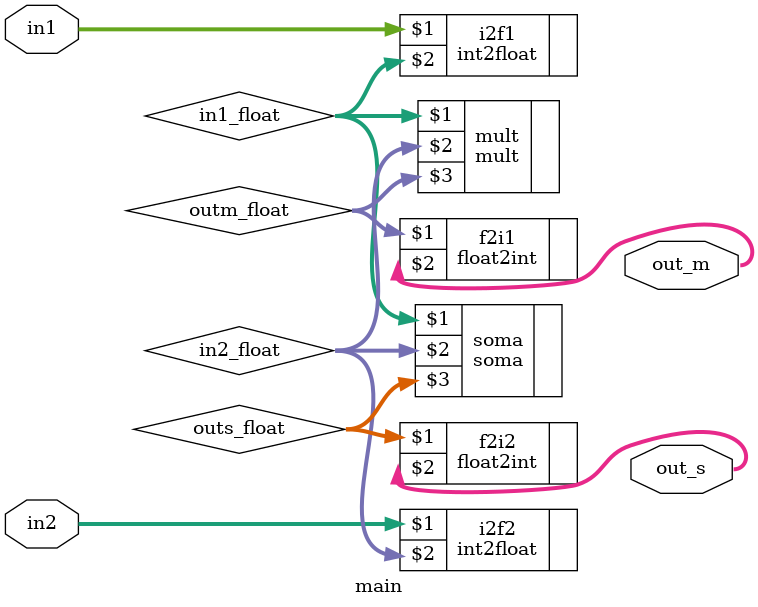
<source format=v>
module main
#(
	parameter MAN = 23,
	parameter EXP = 8
)
(
	input  signed [MAN-1:0] in1, in2,
	output signed [MAN+EXP:0] out_m, out_s
);

wire [MAN + EXP:0] in1_float, in2_float, outm_float, outs_float;

int2float i2f1(in1, in1_float);
int2float i2f2(in2, in2_float);

mult mult(in1_float, in2_float, outm_float);

soma soma(in1_float, in2_float, outs_float);

float2int f2i1(outm_float, out_m);

float2int f2i2(outs_float, out_s);

endmodule

</source>
